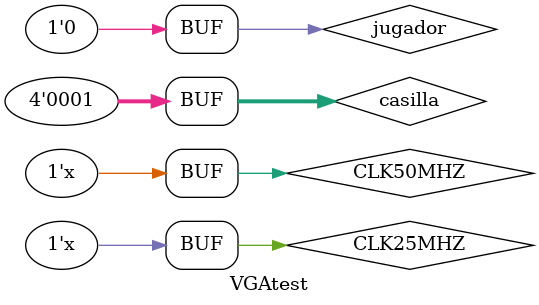
<source format=sv>
module VGAtest();
logic CLK50MHZ;
logic CLK25MHZ;
logic [3:0] casilla;
logic VGA_HS;
logic VGA_VS;
logic [7:0] VGA_R;
logic [7:0] VGA_G;
logic [7:0] VGA_B;
logic reset;
logic jugador;

dividerClock dvd(clk, clk2);

VGA control(CLK50MHZ, reset, jugador,casilla,VGA_R, VGA_G, VGA_B,VGA_HS, VGA_VS, CLK25MHZ);
initial begin
	CLK50MHZ=0;
	jugador=0;
	casilla=1;
 
	CLK25MHZ=0;
end



always begin
	CLK50MHZ=~CLK50MHZ;#50;
end

always begin
	CLK25MHZ=~CLK25MHZ;#100;
end
endmodule
</source>
